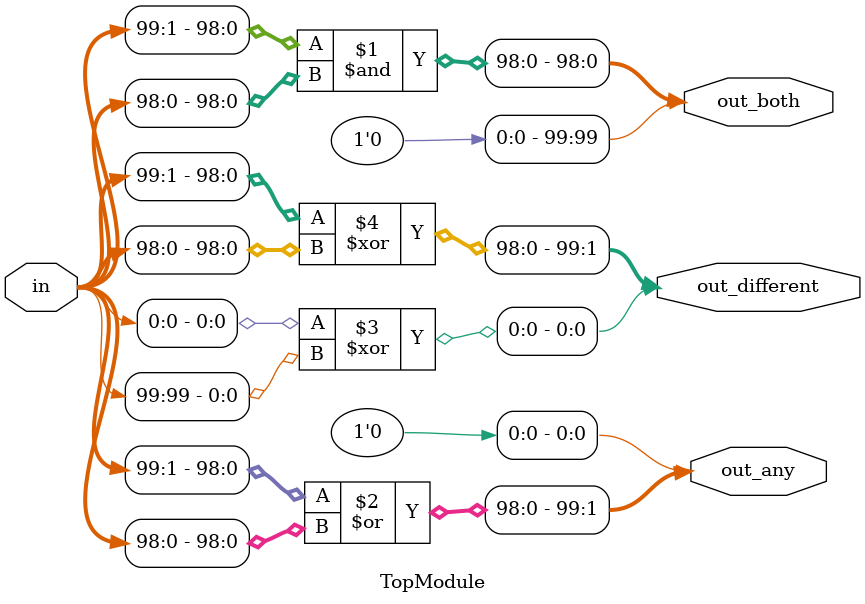
<source format=sv>
module TopModule (
    input  logic [99:0] in,
    output logic [99:0] out_both,
    output logic [99:0] out_any,
    output logic [99:0] out_different
);

assign out_both[99] = 1'b0; // No left neighbor
assign out_both[98:0] = in[99:1] & in[98:0];

assign out_any[0] = 1'b0; // No right neighbor for in[0]
assign out_any[99:1] = in[99:1] | in[98:0];

assign out_different[0] = in[0] ^ in[99]; // Compare in[0] with in[99]
assign out_different[99:1] = in[99:1] ^ in[98:0]; // Compare in[i] with in[i-1]

endmodule
</source>
